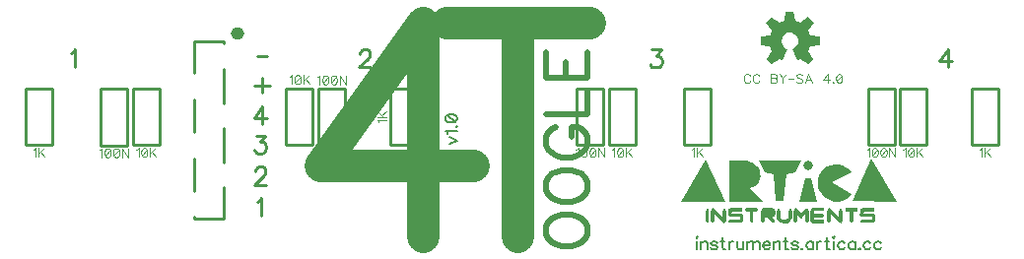
<source format=gbr>
G04 DipTrace 3.3.1.3*
G04 TopSilk.gbr*
%MOIN*%
G04 #@! TF.FileFunction,Legend,Top*
G04 #@! TF.Part,Single*
%ADD10C,0.009843*%
%ADD17O,0.04467X0.043737*%
%ADD19C,0.015584*%
%ADD20C,0.032777*%
%ADD21C,0.012511*%
%ADD22C,0.012511*%
%ADD23C,0.012438*%
%ADD24C,0.012438*%
%ADD25C,0.013974*%
%ADD26O,0.015584X0.014044*%
%ADD27O,0.026485X0.032763*%
%ADD28O,0.007829X0.006247*%
%ADD29C,0.014047*%
%ADD30O,0.015657X0.014044*%
%ADD31O,0.012438X0.014044*%
%ADD32O,0.012438X0.010921*%
%ADD51C,0.004632*%
%ADD52C,0.009264*%
%ADD53C,0.111163*%
%ADD54C,0.006176*%
%ADD55C,0.021615*%
%FSLAX26Y26*%
G04*
G70*
G90*
G75*
G01*
G04 TopSilk*
%LPD*%
D17*
X1435911Y1213958D3*
X1289556Y680238D2*
D10*
Y790524D1*
Y585940D2*
Y593673D1*
Y585940D2*
X1387610D1*
Y692131D1*
Y778696D2*
Y892816D1*
X1289556Y880274D2*
Y990559D1*
X1387610Y978666D2*
Y1092852D1*
X1289556Y1080374D2*
Y1185850D1*
X1387610Y1178832D2*
Y1185850D1*
X1289556D1*
D19*
X3102644Y615215D3*
G36*
X2935720Y644854D2*
X3020079Y788620D1*
X3085707Y644854D1*
X2935720D1*
G37*
G36*
X3099535Y782130D2*
X3158798D1*
X3166626Y780579D1*
X3177528Y775905D1*
X3185356Y771231D1*
X3193112Y764984D1*
X3197794Y758737D1*
X3202477Y749389D1*
X3204013Y741569D1*
X3205623Y730671D1*
X3204013Y721300D1*
X3199331Y710379D1*
X3193112Y704133D1*
X3185356Y697908D1*
X3175991Y693212D1*
X3168163Y690110D1*
X3216524Y644854D1*
X3099535D1*
Y782130D1*
G37*
G36*
X3197794D2*
X3341342D1*
X3321075Y743142D1*
X3292980Y738468D1*
X3283615Y646427D1*
X3257057D1*
X3247692Y738468D1*
X3219670Y743142D1*
X3197794Y782130D1*
G37*
G36*
X3355389Y724424D2*
X3375656D1*
X3395922Y644854D1*
X3336659D1*
X3355389Y724424D1*
G37*
G36*
X3512912Y671370D2*
X3444284Y708829D1*
X3512912Y744693D1*
X3503547Y755614D1*
X3494182Y761861D1*
X3481744Y768108D1*
X3469233Y771231D1*
X3455185D1*
X3442747Y768108D1*
X3430236Y763411D1*
X3419335Y755614D1*
X3409970Y744693D1*
X3403751Y733772D1*
X3400605Y721300D1*
X3399068Y708829D1*
X3400605Y694785D1*
X3403751Y682291D1*
X3411506Y669819D1*
X3420871Y660471D1*
X3431773Y652651D1*
X3444284Y647977D1*
X3455185Y644854D1*
X3469233D1*
X3481744Y647977D1*
X3495791Y654224D1*
X3512912Y671370D1*
G37*
G36*
X3514448Y646427D2*
X3578467Y791500D1*
X3667361Y644854D1*
X3514448Y646427D1*
G37*
D20*
X3365486Y767321D3*
G36*
X3018396Y615215D2*
X3030907D1*
Y577778D1*
X3018396D1*
Y615215D1*
G37*
D21*
X3024651Y616776D3*
D22*
Y577778D3*
G36*
X3035589Y615215D2*
X3048027D1*
Y577778D1*
X3035589D1*
Y615215D1*
G37*
D23*
X3041808Y616776D3*
D24*
Y577778D3*
G36*
X3076122Y615215D2*
X3088633D1*
Y577778D1*
X3076122D1*
Y615215D1*
G37*
D21*
X3082378Y616776D3*
D22*
Y577778D3*
G36*
X3168163Y613664D2*
X3180674D1*
Y576227D1*
X3168163D1*
Y613664D1*
G37*
D21*
X3174418Y615226D3*
Y576216D3*
D25*
X3139299Y597272D3*
D26*
X3138495Y580126D3*
D19*
X3548799Y615215D3*
G36*
X3155652Y623012D2*
X3193112D1*
Y610541D1*
X3155652D1*
Y623012D1*
G37*
D21*
X3157225Y616776D3*
D23*
X3191575D3*
G36*
X3205623Y615215D2*
X3218061D1*
Y577778D1*
X3205623D1*
Y615215D1*
G37*
D23*
X3211842Y616776D3*
D24*
Y577778D3*
G36*
X3260203Y615215D2*
X3272714D1*
Y596496D1*
X3260203D1*
Y615215D1*
G37*
D21*
X3266459Y616776D3*
G36*
X3211842Y623012D2*
X3246156D1*
Y590249D1*
X3211842D1*
Y623012D1*
G37*
G36*
X3300736Y615215D2*
X3313247D1*
Y601170D1*
X3300736D1*
Y615215D1*
G37*
D21*
X3306991Y616776D3*
D27*
X3243814Y606631D3*
G36*
X3506693Y613664D2*
X3519131D1*
Y576227D1*
X3506693D1*
Y613664D1*
G37*
D23*
X3512912Y615226D3*
Y576216D3*
G36*
X3494182Y623012D2*
X3531642D1*
Y610541D1*
X3494182D1*
Y623012D1*
G37*
D21*
X3495755Y616776D3*
X3530069D3*
G36*
X3374046Y615215D2*
X3386557D1*
Y577778D1*
X3374046D1*
Y615215D1*
G37*
D21*
X3380302Y616776D3*
D22*
Y577778D3*
G36*
X3356926Y615215D2*
X3369437D1*
Y577778D1*
X3356926D1*
Y615215D1*
G37*
D21*
X3363181Y616776D3*
D22*
Y577778D3*
G36*
X3316393Y615215D2*
X3328831D1*
Y577778D1*
X3316393D1*
Y615215D1*
G37*
D23*
X3322612Y616776D3*
D24*
Y577778D3*
G36*
X3263349Y599620D2*
X3272714D1*
Y590249D1*
X3263349D1*
Y599620D1*
G37*
D28*
X3342110Y591822D3*
D29*
X3585490Y597272D3*
D30*
X3584686Y580126D3*
G36*
X3550372Y623012D2*
X3587832D1*
Y610541D1*
X3550372D1*
Y623012D1*
G37*
D23*
X3551908Y616776D3*
D21*
X3586259D3*
G36*
X3545689Y604294D2*
X3583149D1*
Y593373D1*
X3545689D1*
Y604294D1*
G37*
D31*
X3547226Y600395D3*
G36*
X3545689Y584025D2*
X3583149D1*
Y573104D1*
X3545689D1*
Y584025D1*
G37*
G36*
X3041808Y623012D2*
X3085487Y584025D1*
X3083951Y571531D1*
X3077659Y574654D1*
X3041808Y605867D1*
Y623012D1*
G37*
G36*
X3430236Y615215D2*
X3442747D1*
Y577778D1*
X3430236D1*
Y615215D1*
G37*
D21*
X3436492Y616776D3*
D22*
Y577778D3*
G36*
X3470769Y615215D2*
X3483280D1*
Y577778D1*
X3470769D1*
Y615215D1*
G37*
D21*
X3477025Y616776D3*
D22*
Y577778D3*
G36*
X3436455Y623012D2*
X3480134Y584025D1*
X3478598Y571531D1*
X3472379Y574654D1*
X3436455Y605867D1*
Y623012D1*
G37*
G36*
X3104217D2*
X3141604D1*
Y610541D1*
X3104217D1*
Y623012D1*
G37*
D23*
X3105754Y616776D3*
X3140068D3*
G36*
X3099535Y604294D2*
X3136995D1*
Y593373D1*
X3099535D1*
Y604294D1*
G37*
D31*
X3101071Y600395D3*
D32*
X3545689Y578564D3*
G36*
X3099535Y584025D2*
X3136995D1*
Y573104D1*
X3099535D1*
Y584025D1*
G37*
D32*
Y578564D3*
D23*
X3135385Y579340D3*
D22*
X3249265Y577778D3*
G36*
X3224353Y591822D2*
X3244619Y573104D1*
X3253984Y582452D1*
X3241473Y594946D1*
X3224353Y591822D1*
G37*
G36*
X3285152Y571531D2*
X3296053D1*
X3307028Y579351D1*
X3311710Y590249D1*
X3313247Y602743D1*
X3300736Y604294D1*
X3299199Y591822D1*
X3285152Y571531D1*
G37*
G36*
X3260203Y602743D2*
Y587148D1*
X3271104Y573104D1*
X3288298Y571531D1*
X3302345Y580901D1*
X3294517Y585575D1*
X3288298Y582452D1*
X3278933Y584025D1*
X3260203Y602743D1*
G37*
G36*
X3324148Y623012D2*
X3342878Y605867D1*
X3360072Y621461D1*
X3366291Y612091D1*
X3346024Y591822D1*
X3338196D1*
X3324148Y605867D1*
Y623012D1*
G37*
G36*
X3094852Y613664D2*
X3107290D1*
Y601170D1*
X3094852D1*
Y613664D1*
G37*
G36*
X3135385Y594946D2*
X3146287D1*
Y580901D1*
X3135385D1*
Y594946D1*
G37*
G36*
X3380338Y624585D2*
X3417725D1*
Y612091D1*
X3380338D1*
Y624585D1*
G37*
D24*
X3381875Y618338D3*
X3416189D3*
G36*
X3378729Y604294D2*
X3416189D1*
Y591822D1*
X3378729D1*
Y604294D1*
G37*
D21*
X3380302Y598058D3*
D23*
X3414652D3*
G36*
X3380338Y584025D2*
X3417725D1*
Y571531D1*
X3380338D1*
Y584025D1*
G37*
D24*
X3381875Y577778D3*
X3416189D3*
D21*
X3581576Y579340D3*
G36*
X3541007Y613664D2*
X3553444D1*
Y601170D1*
X3541007D1*
Y613664D1*
G37*
G36*
X3581539Y594946D2*
X3592514D1*
Y580901D1*
X3581539D1*
Y594946D1*
G37*
G36*
X3290624Y1288362D2*
X3317141D1*
X3321814Y1257164D1*
X3340544Y1249360D1*
X3365504Y1269650D1*
X3385771Y1249360D1*
X3365504Y1224405D1*
X3373311Y1207237D1*
X3404501Y1202554D1*
Y1174478D1*
X3373311Y1171357D1*
X3365504Y1152645D1*
X3384214Y1127673D1*
X3365504Y1108961D1*
X3340544Y1127673D1*
X3329621Y1123008D1*
X3314026Y1160449D1*
X3324949Y1169796D1*
X3332736Y1180721D1*
Y1193208D1*
X3329621Y1204115D1*
X3320256Y1211919D1*
X3309334Y1216601D1*
X3296854D1*
X3285931Y1210358D1*
X3279701Y1200994D1*
X3276586Y1188525D1*
X3279701Y1176039D1*
X3287509Y1165114D1*
X3295296Y1160449D1*
X3279701Y1123008D1*
X3268779Y1127673D1*
X3243819Y1108961D1*
X3225109Y1127673D1*
X3243819Y1154206D1*
X3236012Y1171357D1*
X3204822Y1174478D1*
Y1202554D1*
X3237589Y1205676D1*
X3243819Y1224405D1*
X3223551Y1249360D1*
X3243819Y1268089D1*
X3268779Y1249360D1*
X3287509Y1255603D1*
X3290624Y1288362D1*
G37*
X3657672Y1028402D2*
D10*
X3567672D1*
Y836402D1*
X3657672D1*
Y1028402D1*
X3917980Y836402D2*
X4007980D1*
Y1028402D1*
X3917980D1*
Y836402D1*
X3675472D2*
X3765472D1*
Y1028402D1*
X3675472D1*
Y836402D1*
X2673420Y1028402D2*
X2583420D1*
Y836402D1*
X2673420D1*
Y1028402D1*
X2944541Y836402D2*
X3034541D1*
Y1028402D1*
X2944541D1*
Y836402D1*
X2691220D2*
X2781220D1*
Y1028402D1*
X2691220D1*
Y836402D1*
X1799021Y1027383D2*
X1709021D1*
Y835383D1*
X1799021D1*
Y1027383D1*
X1952381Y836402D2*
X2042381D1*
Y1028402D1*
X1952381D1*
Y836402D1*
X1600888D2*
X1690888D1*
Y1028402D1*
X1600888D1*
Y836402D1*
X1062701Y1027383D2*
X972701D1*
Y835383D1*
X1062701D1*
Y1027383D1*
X719980Y836402D2*
X809980D1*
Y1028402D1*
X719980D1*
Y836402D1*
X1081900Y836419D2*
X1171900D1*
Y1028419D1*
X1081900D1*
Y836419D1*
X3565035Y820456D2*
D51*
X3567920Y821915D1*
X3572231Y826193D1*
Y796082D1*
X3590116Y826193D2*
X3585805Y824767D1*
X3582920Y820456D1*
X3581494Y813293D1*
Y808982D1*
X3582920Y801819D1*
X3585805Y797508D1*
X3590116Y796082D1*
X3592968D1*
X3597279Y797508D1*
X3600131Y801819D1*
X3601590Y808982D1*
Y813293D1*
X3600131Y820456D1*
X3597279Y824767D1*
X3592968Y826193D1*
X3590116D1*
X3600131Y820456D2*
X3582920Y801819D1*
X3619476Y826193D2*
X3615165Y824767D1*
X3612280Y820456D1*
X3610854Y813293D1*
Y808982D1*
X3612280Y801819D1*
X3615165Y797508D1*
X3619476Y796082D1*
X3622328D1*
X3626639Y797508D1*
X3629491Y801819D1*
X3630950Y808982D1*
Y813293D1*
X3629491Y820456D1*
X3626639Y824767D1*
X3622328Y826193D1*
X3619476D1*
X3629491Y820456D2*
X3612280Y801819D1*
X3660309Y826226D2*
Y796082D1*
X3640213Y826226D1*
Y796082D1*
X3944702Y820456D2*
X3947588Y821915D1*
X3951899Y826193D1*
Y796082D1*
X3961162Y826226D2*
Y796082D1*
X3981258Y826226D2*
X3961162Y806130D1*
X3968325Y813326D2*
X3981258Y796082D1*
X3687515Y820456D2*
X3690400Y821915D1*
X3694711Y826193D1*
Y796082D1*
X3712597Y826193D2*
X3708286Y824767D1*
X3705400Y820456D1*
X3703974Y813293D1*
Y808982D1*
X3705400Y801819D1*
X3708286Y797508D1*
X3712597Y796082D1*
X3715448D1*
X3719759Y797508D1*
X3722611Y801819D1*
X3724070Y808982D1*
Y813293D1*
X3722611Y820456D1*
X3719759Y824767D1*
X3715448Y826193D1*
X3712597D1*
X3722611Y820456D2*
X3705400Y801819D1*
X3733334Y826226D2*
Y796082D1*
X3753430Y826226D2*
X3733334Y806130D1*
X3740497Y813326D2*
X3753430Y796082D1*
X2580783Y820456D2*
X2583668Y821915D1*
X2587979Y826193D1*
Y796082D1*
X2605864Y826193D2*
X2601553Y824767D1*
X2598668Y820456D1*
X2597242Y813293D1*
Y808982D1*
X2598668Y801819D1*
X2601553Y797508D1*
X2605864Y796082D1*
X2608716D1*
X2613027Y797508D1*
X2615879Y801819D1*
X2617338Y808982D1*
Y813293D1*
X2615879Y820456D1*
X2613027Y824767D1*
X2608716Y826193D1*
X2605864D1*
X2615879Y820456D2*
X2598668Y801819D1*
X2635224Y826193D2*
X2630913Y824767D1*
X2628028Y820456D1*
X2626602Y813293D1*
Y808982D1*
X2628028Y801819D1*
X2630913Y797508D1*
X2635224Y796082D1*
X2638076D1*
X2642387Y797508D1*
X2645239Y801819D1*
X2646698Y808982D1*
Y813293D1*
X2645239Y820456D1*
X2642387Y824767D1*
X2638076Y826193D1*
X2635224D1*
X2645239Y820456D2*
X2628028Y801819D1*
X2676057Y826226D2*
Y796082D1*
X2655961Y826226D1*
Y796082D1*
X2971263Y820456D2*
X2974148Y821915D1*
X2978459Y826193D1*
Y796082D1*
X2987723Y826226D2*
Y796082D1*
X3007819Y826226D2*
X2987723Y806130D1*
X2994885Y813326D2*
X3007819Y796082D1*
X2703263Y820456D2*
X2706148Y821915D1*
X2710459Y826193D1*
Y796082D1*
X2728345Y826193D2*
X2724034Y824767D1*
X2721148Y820456D1*
X2719723Y813293D1*
Y808982D1*
X2721148Y801819D1*
X2724034Y797508D1*
X2728345Y796082D1*
X2731196D1*
X2735507Y797508D1*
X2738359Y801819D1*
X2739819Y808982D1*
Y813293D1*
X2738359Y820456D1*
X2735507Y824767D1*
X2731196Y826193D1*
X2728345D1*
X2738359Y820456D2*
X2721148Y801819D1*
X2749082Y826226D2*
Y796082D1*
X2769178Y826226D2*
X2749082Y806130D1*
X2756245Y813326D2*
X2769178Y796082D1*
X1706384Y1065547D2*
X1709269Y1067006D1*
X1713580Y1071284D1*
Y1041173D1*
X1731465Y1071284D2*
X1727154Y1069858D1*
X1724269Y1065547D1*
X1722843Y1058384D1*
Y1054073D1*
X1724269Y1046910D1*
X1727154Y1042599D1*
X1731465Y1041173D1*
X1734317D1*
X1738628Y1042599D1*
X1741480Y1046910D1*
X1742939Y1054073D1*
Y1058384D1*
X1741480Y1065547D1*
X1738628Y1069858D1*
X1734317Y1071284D1*
X1731465D1*
X1741480Y1065547D2*
X1724269Y1046910D1*
X1760825Y1071284D2*
X1756514Y1069858D1*
X1753629Y1065547D1*
X1752203Y1058384D1*
Y1054073D1*
X1753629Y1046910D1*
X1756514Y1042599D1*
X1760825Y1041173D1*
X1763677D1*
X1767988Y1042599D1*
X1770840Y1046910D1*
X1772299Y1054073D1*
Y1058384D1*
X1770840Y1065547D1*
X1767988Y1069858D1*
X1763677Y1071284D1*
X1760825D1*
X1770840Y1065547D2*
X1753629Y1046910D1*
X1801658Y1071317D2*
Y1041173D1*
X1781562Y1071317D1*
Y1041173D1*
X1914217Y914124D2*
X1912758Y917009D1*
X1908480Y921320D1*
X1938591D1*
X1908447Y930584D2*
X1938591Y930583D1*
X1908447Y950679D2*
X1928543Y930583D1*
X1921347Y937746D2*
X1938591Y950679D1*
X1612931Y1066565D2*
X1615816Y1068024D1*
X1620127Y1072302D1*
Y1042191D1*
X1638013Y1072302D2*
X1633702Y1070876D1*
X1630816Y1066565D1*
X1629390Y1059402D1*
Y1055091D1*
X1630816Y1047928D1*
X1633702Y1043617D1*
X1638013Y1042191D1*
X1640864D1*
X1645175Y1043617D1*
X1648027Y1047928D1*
X1649486Y1055091D1*
Y1059402D1*
X1648027Y1066565D1*
X1645175Y1070876D1*
X1640864Y1072302D1*
X1638013D1*
X1648027Y1066565D2*
X1630816Y1047928D1*
X1658750Y1072335D2*
Y1042191D1*
X1678846Y1072335D2*
X1658750Y1052239D1*
X1665913Y1059436D2*
X1678846Y1042191D1*
X970063Y819438D2*
X972948Y820897D1*
X977260Y825175D1*
Y795064D1*
X995145Y825175D2*
X990834Y823749D1*
X987949Y819438D1*
X986523Y812275D1*
Y807964D1*
X987949Y800801D1*
X990834Y796490D1*
X995145Y795064D1*
X997997D1*
X1002308Y796490D1*
X1005160Y800801D1*
X1006619Y807964D1*
Y812275D1*
X1005160Y819438D1*
X1002308Y823749D1*
X997997Y825175D1*
X995145D1*
X1005160Y819438D2*
X987949Y800801D1*
X1024505Y825175D2*
X1020194Y823749D1*
X1017309Y819438D1*
X1015883Y812275D1*
Y807964D1*
X1017309Y800801D1*
X1020194Y796490D1*
X1024505Y795064D1*
X1027357D1*
X1031668Y796490D1*
X1034519Y800801D1*
X1035979Y807964D1*
Y812275D1*
X1034519Y819438D1*
X1031668Y823749D1*
X1027357Y825175D1*
X1024505D1*
X1034519Y819438D2*
X1017309Y800801D1*
X1065338Y825208D2*
Y795064D1*
X1045242Y825208D1*
Y795064D1*
X746702Y820456D2*
X749588Y821915D1*
X753899Y826193D1*
Y796082D1*
X763162Y826226D2*
Y796082D1*
X783258Y826226D2*
X763162Y806130D1*
X770325Y813326D2*
X783258Y796082D1*
X1093943Y820473D2*
X1096828Y821932D1*
X1101139Y826210D1*
Y796099D1*
X1119024Y826210D2*
X1114713Y824784D1*
X1111828Y820473D1*
X1110402Y813310D1*
Y808999D1*
X1111828Y801836D1*
X1114713Y797525D1*
X1119024Y796099D1*
X1121876D1*
X1126187Y797525D1*
X1129039Y801836D1*
X1130498Y808999D1*
Y813310D1*
X1129039Y820473D1*
X1126187Y824784D1*
X1121876Y826210D1*
X1119024D1*
X1129039Y820473D2*
X1111828Y801836D1*
X1139762Y826243D2*
Y796099D1*
X1159858Y826243D2*
X1139762Y806147D1*
X1146925Y813344D2*
X1159858Y796099D1*
X1496139Y747927D2*
D52*
Y750779D1*
X1498991Y756549D1*
X1501843Y759401D1*
X1507613Y762253D1*
X1519087D1*
X1524791Y759401D1*
X1527643Y756549D1*
X1530561Y750779D1*
Y745075D1*
X1527643Y739305D1*
X1521939Y730749D1*
X1493221Y702031D1*
X1533413D1*
X1502986Y1138392D2*
X1536148D1*
X1519534Y1064228D2*
Y1012562D1*
X1493734Y1038362D2*
X1545400D1*
X1520513Y908283D2*
Y968505D1*
X1491795Y928379D1*
X1534838D1*
X1498991Y868507D2*
X1530495D1*
X1513317Y845559D1*
X1521939D1*
X1527643Y842707D1*
X1530495Y839855D1*
X1533413Y831233D1*
Y825530D1*
X1530495Y816907D1*
X1524791Y811137D1*
X1516169Y808285D1*
X1507547D1*
X1498991Y811137D1*
X1496139Y814056D1*
X1493221Y819759D1*
X1502995Y644531D2*
X1508765Y647449D1*
X1517387Y656005D1*
Y595783D1*
X1849781Y1144802D2*
Y1147654D1*
X1852633Y1153424D1*
X1855485Y1156276D1*
X1861255Y1159128D1*
X1872729D1*
X1878433Y1156276D1*
X1881285Y1153424D1*
X1884203Y1147654D1*
Y1141950D1*
X1881285Y1136180D1*
X1875581Y1127624D1*
X1846863Y1098906D1*
X1887055D1*
X2837010Y1159128D2*
X2868513D1*
X2851335Y1136180D1*
X2859957D1*
X2865661Y1133328D1*
X2868513Y1130476D1*
X2871431Y1121854D1*
Y1116150D1*
X2868513Y1107528D1*
X2862809Y1101758D1*
X2854187Y1098906D1*
X2845565D1*
X2837010Y1101758D1*
X2834158Y1104676D1*
X2831239Y1110380D1*
X3838082Y1098906D2*
Y1159128D1*
X3809364Y1119002D1*
X3852408D1*
X2061833Y526856D2*
D53*
Y1249516D1*
X1717216Y768008D1*
X2233743D1*
X873049Y1147654D2*
D52*
X878819Y1150572D1*
X887441Y1159128D1*
Y1098906D1*
X2383370Y1250312D2*
D53*
Y526856D1*
X2142218Y1250312D2*
X2624522D1*
X2152303Y839882D2*
D54*
X2179098Y851378D1*
X2152303Y862830D1*
X2146599Y875181D2*
X2144654Y879028D1*
X2138950Y884776D1*
X2179098D1*
X2175251Y899029D2*
X2177196Y897127D1*
X2179098Y899029D1*
X2177196Y900974D1*
X2175251Y899029D1*
X2138950Y924822D2*
X2140851Y919074D1*
X2146599Y915227D1*
X2156150Y913325D1*
X2161898D1*
X2171448Y915227D1*
X2177196Y919074D1*
X2179098Y924822D1*
Y928624D1*
X2177196Y934372D1*
X2171448Y938175D1*
X2161898Y940120D1*
X2156150D1*
X2146599Y938175D1*
X2140851Y934372D1*
X2138950Y928624D1*
Y924822D1*
X2146599Y938175D2*
X2171448Y915227D1*
X2479807Y534864D2*
D55*
X2486462Y521400D1*
X2499925Y508091D1*
X2513234Y501282D1*
X2533352Y494628D1*
X2566934D1*
X2586897Y501282D1*
X2600361Y508091D1*
X2613670Y521400D1*
X2620479Y534864D1*
Y561637D1*
X2613670Y574945D1*
X2600361Y588409D1*
X2586897Y595064D1*
X2566934Y601718D1*
X2533352D1*
X2513234Y595064D1*
X2499925Y588409D1*
X2486462Y574945D1*
X2479807Y561637D1*
Y534864D1*
Y685184D2*
X2486462Y671720D1*
X2499925Y658412D1*
X2513234Y651602D1*
X2533352Y644948D1*
X2566934D1*
X2586897Y651602D1*
X2600361Y658412D1*
X2613670Y671720D1*
X2620479Y685184D1*
Y711957D1*
X2613670Y725266D1*
X2600361Y738729D1*
X2586897Y745384D1*
X2566934Y752038D1*
X2533352D1*
X2513234Y745384D1*
X2499925Y738729D1*
X2486462Y725266D1*
X2479807Y711957D1*
Y685184D1*
X2513234Y895704D2*
X2499925Y889049D1*
X2486462Y875586D1*
X2479807Y862277D1*
Y835504D1*
X2486462Y822041D1*
X2499925Y808732D1*
X2513234Y801922D1*
X2533352Y795268D1*
X2566934D1*
X2586897Y801922D1*
X2600361Y808732D1*
X2613670Y822041D1*
X2620479Y835504D1*
Y862277D1*
X2613670Y875586D1*
X2600361Y889049D1*
X2586897Y895704D1*
X2566934D1*
Y862277D1*
X2479807Y938934D2*
X2620479D1*
Y1019251D1*
X2479807Y1149453D2*
Y1062481D1*
X2620479D1*
Y1149453D1*
X2546816Y1062481D2*
Y1116026D1*
X2987702Y523537D2*
D54*
X2989603Y521635D1*
X2991549Y523537D1*
X2989603Y525482D1*
X2987702Y523537D1*
X2989603Y510139D2*
Y483345D1*
X3003900Y510139D2*
Y483345D1*
Y502490D2*
X3009648Y508238D1*
X3013495Y510139D1*
X3019199D1*
X3023046Y508238D1*
X3024947Y502490D1*
Y483345D1*
X3058345Y504391D2*
X3056444Y508238D1*
X3050696Y510139D1*
X3044948D1*
X3039199Y508238D1*
X3037298Y504391D1*
X3039199Y500589D1*
X3043046Y498643D1*
X3052597Y496742D1*
X3056444Y494841D1*
X3058345Y490994D1*
Y489093D1*
X3056444Y485290D1*
X3050696Y483345D1*
X3044948D1*
X3039199Y485290D1*
X3037298Y489093D1*
X3076444Y523537D2*
Y490994D1*
X3078346Y485290D1*
X3082192Y483345D1*
X3085995D1*
X3070696Y510139D2*
X3084094D1*
X3098346D2*
Y483345D1*
Y498643D2*
X3100292Y504391D1*
X3104094Y508238D1*
X3107941Y510139D1*
X3113689D1*
X3126040D2*
Y490994D1*
X3127942Y485290D1*
X3131789Y483345D1*
X3137537D1*
X3141339Y485290D1*
X3147087Y490994D1*
Y510139D2*
Y483345D1*
X3159439Y510139D2*
Y483345D1*
Y502490D2*
X3165187Y508238D1*
X3169033Y510139D1*
X3174737D1*
X3178584Y508238D1*
X3180485Y502490D1*
Y483345D1*
Y502490D2*
X3186233Y508238D1*
X3190080Y510139D1*
X3195784D1*
X3199631Y508238D1*
X3201576Y502490D1*
Y483345D1*
X3213927Y498643D2*
X3236875D1*
Y502490D1*
X3234974Y506337D1*
X3233073Y508238D1*
X3229226Y510139D1*
X3223478D1*
X3219675Y508238D1*
X3215829Y504391D1*
X3213927Y498643D1*
Y494841D1*
X3215829Y489093D1*
X3219675Y485290D1*
X3223478Y483345D1*
X3229226D1*
X3233073Y485290D1*
X3236875Y489093D1*
X3249227Y510139D2*
Y483345D1*
Y502490D2*
X3254975Y508238D1*
X3258821Y510139D1*
X3264525D1*
X3268372Y508238D1*
X3270273Y502490D1*
Y483345D1*
X3288373Y523537D2*
Y490994D1*
X3290274Y485290D1*
X3294121Y483345D1*
X3297923D1*
X3282625Y510139D2*
X3296022D1*
X3331321Y504391D2*
X3329420Y508238D1*
X3323672Y510139D1*
X3317924D1*
X3312176Y508238D1*
X3310275Y504391D1*
X3312176Y500589D1*
X3316023Y498643D1*
X3325573Y496742D1*
X3329420Y494841D1*
X3331321Y490994D1*
Y489093D1*
X3329420Y485290D1*
X3323672Y483345D1*
X3317924D1*
X3312176Y485290D1*
X3310275Y489093D1*
X3345574Y487191D2*
X3343673Y485246D1*
X3345574Y483345D1*
X3347520Y485246D1*
X3345574Y487191D1*
X3382819Y510139D2*
Y483345D1*
Y504391D2*
X3379016Y508238D1*
X3375170Y510139D1*
X3369466D1*
X3365619Y508238D1*
X3361816Y504391D1*
X3359871Y498643D1*
Y494841D1*
X3361816Y489093D1*
X3365619Y485290D1*
X3369466Y483345D1*
X3375170D1*
X3379016Y485290D1*
X3382819Y489093D1*
X3395170Y510139D2*
Y483345D1*
Y498643D2*
X3397116Y504391D1*
X3400918Y508238D1*
X3404765Y510139D1*
X3410513D1*
X3428612Y523537D2*
Y490994D1*
X3430514Y485290D1*
X3434361Y483345D1*
X3438163D1*
X3422864Y510139D2*
X3436262D1*
X3450514Y523537D2*
X3452416Y521635D1*
X3454361Y523537D1*
X3452416Y525482D1*
X3450514Y523537D1*
X3452416Y510139D2*
Y483345D1*
X3489705Y504391D2*
X3485858Y508238D1*
X3482011Y510139D1*
X3476307D1*
X3472461Y508238D1*
X3468658Y504391D1*
X3466713Y498643D1*
Y494841D1*
X3468658Y489093D1*
X3472461Y485290D1*
X3476307Y483345D1*
X3482011D1*
X3485858Y485290D1*
X3489705Y489093D1*
X3525004Y510139D2*
Y483345D1*
Y504391D2*
X3521202Y508238D1*
X3517355Y510139D1*
X3511651D1*
X3507804Y508238D1*
X3504002Y504391D1*
X3502056Y498643D1*
Y494841D1*
X3504002Y489093D1*
X3507804Y485290D1*
X3511651Y483345D1*
X3517355D1*
X3521202Y485290D1*
X3525004Y489093D1*
X3539257Y487191D2*
X3537355Y485246D1*
X3539257Y483345D1*
X3541202Y485246D1*
X3539257Y487191D1*
X3576546Y504391D2*
X3572699Y508238D1*
X3568852Y510139D1*
X3563148D1*
X3559302Y508238D1*
X3555499Y504391D1*
X3553554Y498643D1*
Y494841D1*
X3555499Y489093D1*
X3559302Y485290D1*
X3563148Y483345D1*
X3568852D1*
X3572699Y485290D1*
X3576546Y489093D1*
X3611889Y504391D2*
X3608043Y508238D1*
X3604196Y510139D1*
X3598492D1*
X3594645Y508238D1*
X3590843Y504391D1*
X3588897Y498643D1*
Y494841D1*
X3590843Y489093D1*
X3594645Y485290D1*
X3598492Y483345D1*
X3604196D1*
X3608043Y485290D1*
X3611889Y489093D1*
X3169956Y1069628D2*
D51*
X3168530Y1072480D1*
X3165645Y1075365D1*
X3162793Y1076791D1*
X3157056D1*
X3154171Y1075365D1*
X3151319Y1072480D1*
X3149860Y1069628D1*
X3148434Y1065317D1*
Y1058121D1*
X3149860Y1053843D1*
X3151319Y1050958D1*
X3154171Y1048106D1*
X3157056Y1046647D1*
X3162793D1*
X3165645Y1048106D1*
X3168530Y1050958D1*
X3169956Y1053843D1*
X3200741Y1069628D2*
X3199316Y1072480D1*
X3196430Y1075365D1*
X3193579Y1076791D1*
X3187842D1*
X3184956Y1075365D1*
X3182105Y1072480D1*
X3180645Y1069628D1*
X3179220Y1065317D1*
Y1058121D1*
X3180645Y1053843D1*
X3182105Y1050958D1*
X3184956Y1048106D1*
X3187842Y1046647D1*
X3193579D1*
X3196430Y1048106D1*
X3199316Y1050958D1*
X3200741Y1053843D1*
X3239166Y1076791D2*
Y1046647D1*
X3252099D1*
X3256410Y1048106D1*
X3257836Y1049532D1*
X3259262Y1052384D1*
Y1056695D1*
X3257836Y1059580D1*
X3256410Y1061006D1*
X3252099Y1062432D1*
X3256410Y1063891D1*
X3257836Y1065317D1*
X3259262Y1068169D1*
Y1071054D1*
X3257836Y1073906D1*
X3256410Y1075365D1*
X3252099Y1076791D1*
X3239166D1*
Y1062432D2*
X3252099D1*
X3268525Y1076791D2*
X3279999Y1062432D1*
Y1046647D1*
X3291473Y1076791D2*
X3279999Y1062432D1*
X3300737Y1061702D2*
X3317317D1*
X3346677Y1072480D2*
X3343825Y1075365D1*
X3339514Y1076791D1*
X3333777D1*
X3329466Y1075365D1*
X3326581Y1072480D1*
Y1069628D1*
X3328040Y1066743D1*
X3329466Y1065317D1*
X3332318Y1063891D1*
X3340940Y1061006D1*
X3343825Y1059580D1*
X3345251Y1058121D1*
X3346677Y1055269D1*
Y1050958D1*
X3343825Y1048106D1*
X3339514Y1046647D1*
X3333777D1*
X3329466Y1048106D1*
X3326581Y1050958D1*
X3378922Y1046647D2*
X3367415Y1076791D1*
X3355941Y1046647D1*
X3360252Y1056695D2*
X3374611D1*
X3431705Y1046647D2*
Y1076758D1*
X3417346Y1056695D1*
X3438868D1*
X3449557Y1049532D2*
X3448131Y1048073D1*
X3449557Y1046647D1*
X3451016Y1048073D1*
X3449557Y1049532D1*
X3468902Y1076758D2*
X3464591Y1075332D1*
X3461706Y1071021D1*
X3460280Y1063858D1*
Y1059547D1*
X3461706Y1052384D1*
X3464591Y1048073D1*
X3468902Y1046647D1*
X3471754D1*
X3476065Y1048073D1*
X3478917Y1052384D1*
X3480376Y1059547D1*
Y1063858D1*
X3478917Y1071021D1*
X3476065Y1075332D1*
X3471754Y1076758D1*
X3468902D1*
X3478917Y1071021D2*
X3461706Y1052384D1*
M02*

</source>
